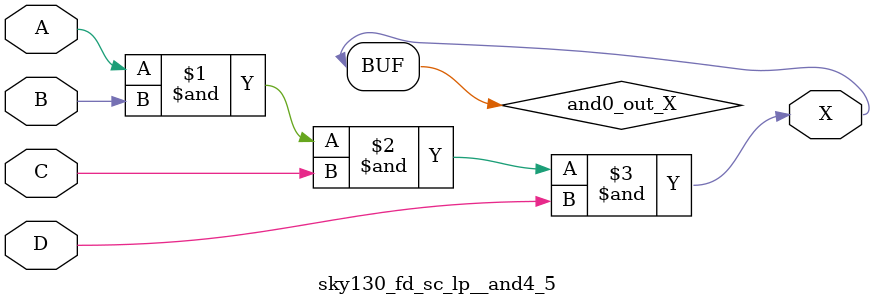
<source format=v>
module sky130_fd_sc_lp__and4_5 (
    X,
    A,
    B,
    C,
    D
);
    output X;
    input  A;
    input  B;
    input  C;
    input  D;
    wire and0_out_X;
    and and0 (and0_out_X, A, B, C, D     );
    buf buf0 (X         , and0_out_X     );
endmodule
</source>
